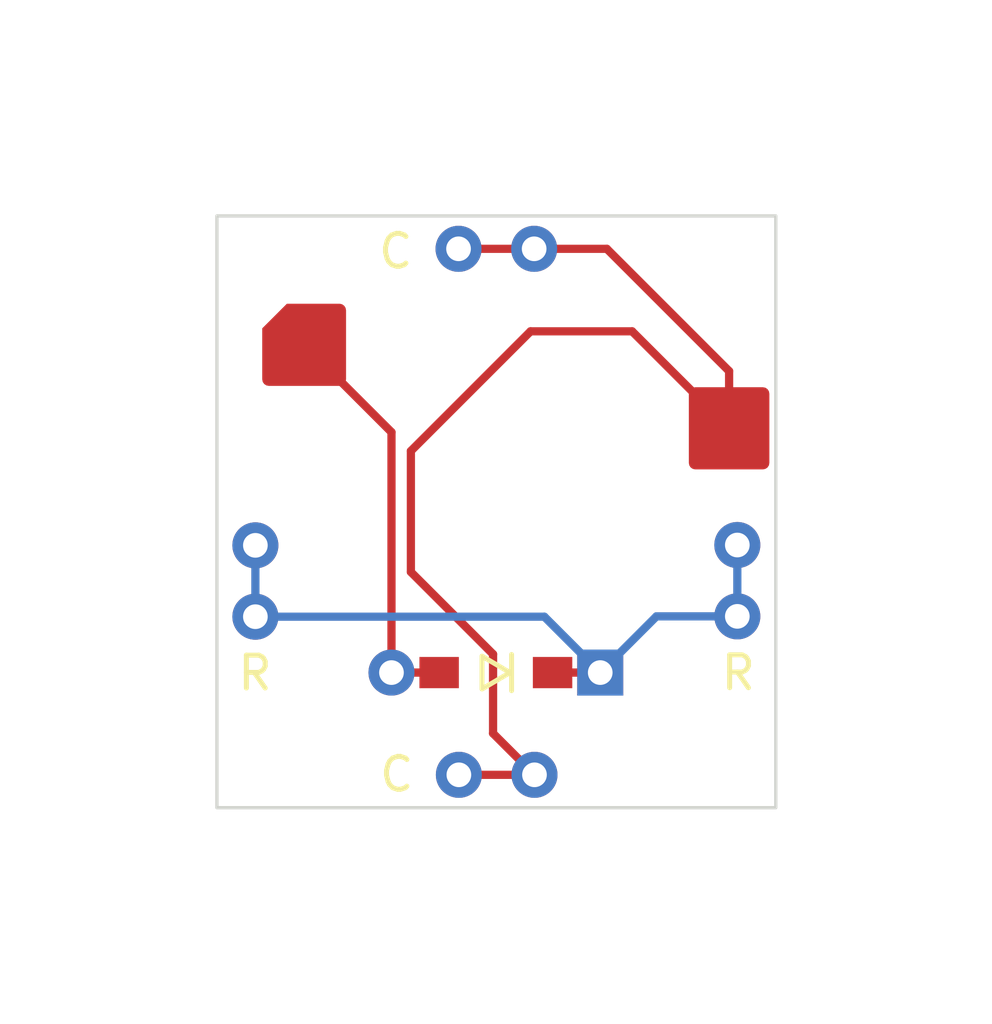
<source format=kicad_pcb>
(kicad_pcb (version 20240108) (generator "pcbnew") (generator_version "8.0")
  (layers (0 "F.Cu" signal) (31 "B.Cu" signal) (34 "B.Paste" user) (35 "F.Paste" user) (36 "B.SilkS" user "B.Silkscreen") (37 "F.SilkS" user "F.Silkscreen") (38 "B.Mask" user) (39 "F.Mask" user) (44 "Edge.Cuts" user))
  (net 0 "")
  (net 1 "Net-(D1-A)")
  (net 2 "Net-(D1-K)")
  (net 3 "Net-(Bottom1-Pad1)")
  (footprint "footprint:1pin_conn-mod" (layer "F.Cu") (at 58.05 51.69)
    (property "Reference" "Left1" (hide yes))
    (property "Value" "Row" (hide yes))
    (pad "1" thru_hole circle (at 0 0) (size 1.4 1.4) (drill 0.75) (layers "*.Cu" "*.Mask") (net 2 "Net-(D1-K)"))
  )
  (footprint "footprint:1pin_conn-mod" (layer "F.Cu") (at 66.53 42.67)
    (property "Reference" "Top1" (hide yes))
    (property "Value" "Col" (hide yes))
    (pad "1" thru_hole circle (at 0 0) (size 1.4 1.4) (drill 0.75) (layers "*.Cu" "*.Mask") (net 3 "Net-(Bottom1-Pad1)"))
  )
  (footprint "PCM_kikit:Tab" (layer "F.Cu") (at 74.12 45.46 180)
    (property "Reference" "REF**" (hide yes))
    (property "Value" "Tab")
  )
  (footprint "footprint:1pin_conn-mod" (layer "F.Cu") (at 72.71 53.85)
    (property "Reference" "Right2" (hide yes))
    (property "Value" "Row" (hide yes))
    (pad "1" thru_hole circle (at 0 0) (size 1.4 1.4) (drill 0.75) (layers "*.Cu" "*.Mask") (net 2 "Net-(D1-K)"))
  )
  (footprint "" (layer "F.Cu") (at 57.873 43.17)
    (property "Reference" "" (at 0 0 0) (layer "F.SilkS") (effects (font (size 1.27 1.27))))
    (property "Value" "")
    (pad "" np_thru_hole circle (at 0.3595 0.3565) (size 1.43 1.43) (drill 1.43) (layers "F&B.Cu" "*.Mask"))
  )
  (footprint "PCM_kikit:Tab" (layer "F.Cu") (at 60.18 59.89 90)
    (property "Reference" "REF**" (hide yes))
    (property "Value" "Tab")
  )
  (footprint "PCM_kikit:Tab" (layer "F.Cu") (at 74.1 55.99 180)
    (property "Reference" "REF**" (hide yes))
    (property "Value" "Tab")
  )
  (footprint "" (layer "F.Cu") (at 57.873 57.4575)
    (property "Reference" "" (at 0 0 0) (layer "F.SilkS") (effects (font (size 1.27 1.27))))
    (property "Value" "")
    (pad "" np_thru_hole circle (at 0.3595 0.3565) (size 1.43 1.43) (drill 1.43) (layers "F&B.Cu" "*.Mask"))
  )
  (footprint "PCM_kikit:Tab" (layer "F.Cu") (at 56.65 45.42)
    (property "Reference" "REF**" (hide yes))
    (property "Value" "Tab")
  )
  (footprint "footprint:MX-Hotswap-17x18mm-charm" (layer "F.Cu") (at 65.375 50.67)
    (property "Reference" "MX1" (hide yes))
    (property "Value" "SW_Push" (hide yes))
    (pad "" np_thru_hole circle (at -5.08 0 311.901) (size 1.7018 1.7018) (drill 1.7018) (layers "F&B.Cu" "*.Mask"))
    (pad "" np_thru_hole circle (at -2.54 -5.08) (size 3 3) (drill 3) (layers "F&B.Cu" "*.Mask"))
    (pad "" np_thru_hole circle (at 0 0) (size 3.9878 3.9878) (drill 3.9878) (layers "F&B.Cu" "*.Mask"))
    (pad "" np_thru_hole circle (at 3.81 -2.54) (size 3 3) (drill 3) (layers "F&B.Cu" "*.Mask"))
    (pad "" np_thru_hole circle (at 5.08 0 311.901) (size 1.7018 1.7018) (drill 1.7018) (layers "F&B.Cu" "*.Mask"))
    (pad "1" smd roundrect (at 7.085 -2.54) (size 2.45 2.5) (layers "F.Cu" "F.Paste" "F.Mask") (roundrect_rratio 0.08) (net 3 "Net-(Bottom1-Pad1)"))
    (pad "2" smd roundrect (at -5.842 -5.08) (size 2.55 2.5) (layers "F.Cu" "F.Paste" "F.Mask") (roundrect_rratio 0.08) (chamfer_ratio 0.3) (chamfer top_left) (net 1 "Net-(D1-A)"))
  )
  (footprint "" (layer "F.Cu") (at 72.1605 57.4575)
    (property "Reference" "" (at 0 0 0) (layer "F.SilkS") (effects (font (size 1.27 1.27))))
    (property "Value" "")
    (pad "" np_thru_hole circle (at 0.3595 0.3565) (size 1.43 1.43) (drill 1.43) (layers "F&B.Cu" "*.Mask"))
  )
  (footprint "footprint:1pin_conn-mod" (layer "F.Cu") (at 64.23 42.67)
    (property "Reference" "Top2" (hide yes))
    (property "Value" "Col" (hide yes))
    (pad "1" thru_hole circle (at 0 0) (size 1.4 1.4) (drill 0.75) (layers "*.Cu" "*.Mask") (net 3 "Net-(Bottom1-Pad1)"))
  )
  (footprint "PCM_kikit:Tab" (layer "F.Cu") (at 56.63 55.95)
    (property "Reference" "REF**" (hide yes))
    (property "Value" "Tab")
  )
  (footprint "PCM_kikit:Tab" (layer "F.Cu") (at 70.75 41.47 -90)
    (property "Reference" "REF**" (hide yes))
    (property "Value" "Tab")
  )
  (footprint "footprint:1pin_conn-mod" (layer "F.Cu") (at 64.24 58.67)
    (property "Reference" "Bottom2" (hide yes))
    (property "Value" "Col" (hide yes))
    (pad "1" thru_hole circle (at 0 0) (size 1.4 1.4) (drill 0.75) (layers "*.Cu" "*.Mask") (net 3 "Net-(Bottom1-Pad1)"))
  )
  (footprint "footprint:1pin_conn-mod" (layer "F.Cu") (at 72.71 51.68)
    (property "Reference" "Right1" (hide yes))
    (property "Value" "Row" (hide yes))
    (pad "1" thru_hole circle (at 0 0) (size 1.4 1.4) (drill 0.75) (layers "*.Cu" "*.Mask") (net 2 "Net-(D1-K)"))
  )
  (footprint "PCM_kikit:Tab" (layer "F.Cu") (at 70.71 59.91 90)
    (property "Reference" "REF**" (hide yes))
    (property "Value" "Tab")
  )
  (footprint "footprint:1pin_conn-mod" (layer "F.Cu") (at 58.05 53.86)
    (property "Reference" "Left2" (hide yes))
    (property "Value" "Row" (hide yes))
    (pad "1" thru_hole circle (at 0 0) (size 1.4 1.4) (drill 0.75) (layers "*.Cu" "*.Mask") (net 2 "Net-(D1-K)"))
  )
  (footprint "" (layer "F.Cu") (at 72.1605 43.17)
    (property "Reference" "" (at 0 0 0) (layer "F.SilkS") (effects (font (size 1.27 1.27))))
    (property "Value" "")
    (pad "" np_thru_hole circle (at 0.3595 0.3565) (size 1.43 1.43) (drill 1.43) (layers "F&B.Cu" "*.Mask"))
  )
  (footprint "PCM_kikit:Tab" (layer "F.Cu") (at 60.22 41.45 -90)
    (property "Reference" "REF**" (hide yes))
    (property "Value" "Tab")
  )
  (footprint "footprint:1pin_conn-mod" (layer "F.Cu") (at 66.54 58.67)
    (property "Reference" "Bottom1" (hide yes))
    (property "Value" "Col" (hide yes))
    (pad "1" thru_hole circle (at 0 0) (size 1.4 1.4) (drill 0.75) (layers "*.Cu" "*.Mask") (net 3 "Net-(Bottom1-Pad1)"))
  )
  (footprint "footprint:diode_TH_SMD-top" (layer "F.Cu") (at 68.143125 55.56)
    (property "Reference" "D1" (hide yes))
    (property "Value" "1N4148W" (hide yes))
    (fp_line (start -2.3 -0.55) (end -2.3 0.55) (stroke (width 0.15)) (layer "F.SilkS"))
    (fp_poly (pts (xy -3.2 -0.5) (xy -3.2 0.5) (xy -2.35 0)) (stroke (width 0.15)) (fill none) (layer "F.SilkS"))
    (pad "1" smd rect (at -1.053125 0) (size 1.2 0.95) (layers "F.Cu" "F.Paste" "F.Mask") (net 2 "Net-(D1-K)"))
    (pad "1" thru_hole rect (at 0.396875 0) (size 1.4 1.4) (drill 0.75) (layers "*.Cu" "*.Mask") (net 2 "Net-(D1-K)"))
    (pad "2" thru_hole circle (at -5.953125 0) (size 1.4 1.4) (drill 0.75) (layers "*.Cu" "*.Mask") (net 1 "Net-(D1-A)"))
    (pad "2" smd rect (at -4.503125 0) (size 1.2 0.95) (layers "F.Cu" "F.Paste" "F.Mask") (net 1 "Net-(D1-A)"))
  )
  (gr_rect (start 56.88 41.67) (end 73.88 59.67) (stroke (width 0.1)) (fill none) (layer "Edge.Cuts"))
  (gr_text "C" (at 61.75 59.24 0) (layer "F.SilkS") (effects (font (size 1 1)) (justify left bottom)))
  (gr_text "R" (at 57.44 56.16 0) (layer "F.SilkS") (effects (font (size 1 1)) (justify left bottom)))
  (gr_text "R" (at 72.14 56.15 0) (layer "F.SilkS") (effects (font (size 1 1)) (justify left bottom)))
  (gr_text "C" (at 61.72 43.33 0) (layer "F.SilkS") (effects (font (size 1 1)) (justify left bottom)))
  (segment (start 62.19 48.247) (end 62.19 55.56) (width 0.25) (layer "F.Cu") (net 1))
  (segment (start 59.533 45.59) (end 62.19 48.247) (width 0.25) (layer "F.Cu") (net 1))
  (segment (start 62.19 55.56) (end 63.64 55.56) (width 0.25) (layer "F.Cu") (net 1))
  (segment (start 67.09 55.56) (end 68.54 55.56) (width 0.25) (layer "F.Cu") (net 2))
  (segment (start 66.84 53.86) (end 68.54 55.56) (width 0.25) (layer "B.Cu") (net 2))
  (segment (start 72.71 51.68) (end 72.71 53.85) (width 0.25) (layer "B.Cu") (net 2))
  (segment (start 58.05 53.86) (end 66.84 53.86) (width 0.25) (layer "B.Cu") (net 2))
  (segment (start 70.25 53.85) (end 68.54 55.56) (width 0.25) (layer "B.Cu") (net 2))
  (segment (start 72.71 53.85) (end 70.25 53.85) (width 0.25) (layer "B.Cu") (net 2))
  (segment (start 58.05 51.69) (end 58.05 53.86) (width 0.25) (layer "B.Cu") (net 2))
  (segment (start 69.51 45.18) (end 72.46 48.13) (width 0.25) (layer "F.Cu") (net 3))
  (segment (start 68.74 42.67) (end 66.53 42.67) (width 0.25) (layer "F.Cu") (net 3))
  (segment (start 64.24 58.67) (end 66.54 58.67) (width 0.25) (layer "F.Cu") (net 3))
  (segment (start 62.78 48.82) (end 62.78 52.5) (width 0.25) (layer "F.Cu") (net 3))
  (segment (start 72.46 48.13) (end 72.46 46.39) (width 0.25) (layer "F.Cu") (net 3))
  (segment (start 72.46 46.39) (end 68.74 42.67) (width 0.25) (layer "F.Cu") (net 3))
  (segment (start 66.42 45.18) (end 62.78 48.82) (width 0.25) (layer "F.Cu") (net 3))
  (segment (start 65.28 57.41) (end 66.54 58.67) (width 0.25) (layer "F.Cu") (net 3))
  (segment (start 62.78 52.5) (end 65.28 55) (width 0.25) (layer "F.Cu") (net 3))
  (segment (start 65.28 55) (end 65.28 57.41) (width 0.25) (layer "F.Cu") (net 3))
  (segment (start 66.53 42.67) (end 64.23 42.67) (width 0.25) (layer "F.Cu") (net 3))
  (segment (start 69.51 45.18) (end 66.42 45.18) (width 0.25) (layer "F.Cu") (net 3))
)
</source>
